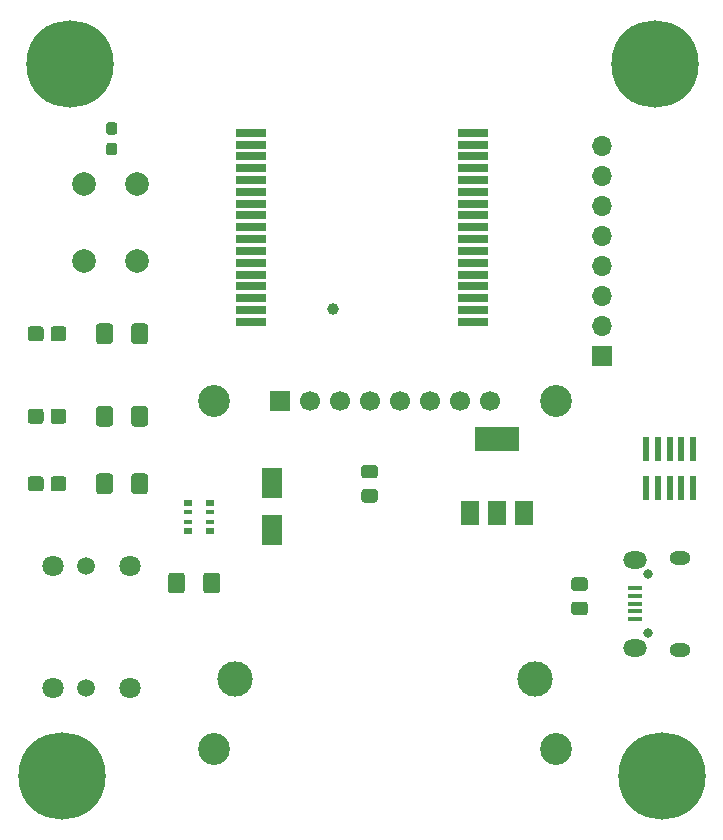
<source format=gbr>
%TF.GenerationSoftware,KiCad,Pcbnew,(5.99.0-3294-g9c46e491e)*%
%TF.CreationDate,2020-11-17T05:13:20-05:00*%
%TF.ProjectId,mobile-tag,6d6f6269-6c65-42d7-9461-672e6b696361,rev?*%
%TF.SameCoordinates,Original*%
%TF.FileFunction,Soldermask,Top*%
%TF.FilePolarity,Negative*%
%FSLAX46Y46*%
G04 Gerber Fmt 4.6, Leading zero omitted, Abs format (unit mm)*
G04 Created by KiCad (PCBNEW (5.99.0-3294-g9c46e491e)) date 2020-11-17 05:13:20*
%MOMM*%
%LPD*%
G01*
G04 APERTURE LIST*
%ADD10C,2.700000*%
%ADD11R,1.700000X1.700000*%
%ADD12C,1.700000*%
%ADD13C,1.800000*%
%ADD14C,1.500000*%
%ADD15C,7.400000*%
%ADD16O,0.800000X0.800000*%
%ADD17R,1.300000X0.450000*%
%ADD18O,1.800000X1.150000*%
%ADD19O,2.000000X1.450000*%
%ADD20R,0.800000X0.500000*%
%ADD21R,0.800000X0.400000*%
%ADD22R,1.800000X2.500000*%
%ADD23O,1.700000X1.700000*%
%ADD24C,1.000000*%
%ADD25R,2.540000X0.650000*%
%ADD26R,0.500000X2.000000*%
%ADD27R,1.500000X2.000000*%
%ADD28R,3.800000X2.000000*%
%ADD29C,2.000000*%
%ADD30C,3.000000*%
G04 APERTURE END LIST*
D10*
%TO.C,Display1*%
X148463000Y-99314000D03*
X148463000Y-69850000D03*
X119507000Y-69850000D03*
X119507000Y-99314000D03*
D11*
X125095000Y-69850000D03*
D12*
X127635000Y-69850000D03*
X130175000Y-69850000D03*
X132715000Y-69850000D03*
X135255000Y-69850000D03*
X137795000Y-69850000D03*
X140335000Y-69850000D03*
X142875000Y-69850000D03*
%TD*%
%TO.C,D2*%
G36*
G01*
X103785000Y-77235000D02*
X103785000Y-76435000D01*
G75*
G02*
X104035000Y-76185000I250000J0D01*
G01*
X104860000Y-76185000D01*
G75*
G02*
X105110000Y-76435000I0J-250000D01*
G01*
X105110000Y-77235000D01*
G75*
G02*
X104860000Y-77485000I-250000J0D01*
G01*
X104035000Y-77485000D01*
G75*
G02*
X103785000Y-77235000I0J250000D01*
G01*
G37*
G36*
G01*
X105710000Y-77235000D02*
X105710000Y-76435000D01*
G75*
G02*
X105960000Y-76185000I250000J0D01*
G01*
X106785000Y-76185000D01*
G75*
G02*
X107035000Y-76435000I0J-250000D01*
G01*
X107035000Y-77235000D01*
G75*
G02*
X106785000Y-77485000I-250000J0D01*
G01*
X105960000Y-77485000D01*
G75*
G02*
X105710000Y-77235000I0J250000D01*
G01*
G37*
%TD*%
D13*
%TO.C,Nav_Switch1*%
X112395000Y-83820000D03*
D14*
X108695000Y-83820000D03*
D13*
X105895000Y-83820000D03*
X105895000Y-94120000D03*
D14*
X108695000Y-94120000D03*
D13*
X112395000Y-94120000D03*
%TD*%
%TO.C,D3*%
G36*
G01*
X103785000Y-71520000D02*
X103785000Y-70720000D01*
G75*
G02*
X104035000Y-70470000I250000J0D01*
G01*
X104860000Y-70470000D01*
G75*
G02*
X105110000Y-70720000I0J-250000D01*
G01*
X105110000Y-71520000D01*
G75*
G02*
X104860000Y-71770000I-250000J0D01*
G01*
X104035000Y-71770000D01*
G75*
G02*
X103785000Y-71520000I0J250000D01*
G01*
G37*
G36*
G01*
X105710000Y-71520000D02*
X105710000Y-70720000D01*
G75*
G02*
X105960000Y-70470000I250000J0D01*
G01*
X106785000Y-70470000D01*
G75*
G02*
X107035000Y-70720000I0J-250000D01*
G01*
X107035000Y-71520000D01*
G75*
G02*
X106785000Y-71770000I-250000J0D01*
G01*
X105960000Y-71770000D01*
G75*
G02*
X105710000Y-71520000I0J250000D01*
G01*
G37*
%TD*%
D15*
%TO.C,REF\u002A\u002A*%
X157480000Y-101600000D03*
%TD*%
%TO.C,*%
X156845000Y-41275000D03*
%TD*%
%TO.C,R2*%
G36*
G01*
X109560000Y-71744999D02*
X109560000Y-70495001D01*
G75*
G02*
X109810001Y-70245000I250001J0D01*
G01*
X110734999Y-70245000D01*
G75*
G02*
X110985000Y-70495001I0J-250001D01*
G01*
X110985000Y-71744999D01*
G75*
G02*
X110734999Y-71995000I-250001J0D01*
G01*
X109810001Y-71995000D01*
G75*
G02*
X109560000Y-71744999I0J250001D01*
G01*
G37*
G36*
G01*
X112535000Y-71744999D02*
X112535000Y-70495001D01*
G75*
G02*
X112785001Y-70245000I250001J0D01*
G01*
X113709999Y-70245000D01*
G75*
G02*
X113960000Y-70495001I0J-250001D01*
G01*
X113960000Y-71744999D01*
G75*
G02*
X113709999Y-71995000I-250001J0D01*
G01*
X112785001Y-71995000D01*
G75*
G02*
X112535000Y-71744999I0J250001D01*
G01*
G37*
%TD*%
%TO.C,R4*%
G36*
G01*
X120056000Y-84615001D02*
X120056000Y-85864999D01*
G75*
G02*
X119805999Y-86115000I-250001J0D01*
G01*
X118881001Y-86115000D01*
G75*
G02*
X118631000Y-85864999I0J250001D01*
G01*
X118631000Y-84615001D01*
G75*
G02*
X118881001Y-84365000I250001J0D01*
G01*
X119805999Y-84365000D01*
G75*
G02*
X120056000Y-84615001I0J-250001D01*
G01*
G37*
G36*
G01*
X117081000Y-84615001D02*
X117081000Y-85864999D01*
G75*
G02*
X116830999Y-86115000I-250001J0D01*
G01*
X115906001Y-86115000D01*
G75*
G02*
X115656000Y-85864999I0J250001D01*
G01*
X115656000Y-84615001D01*
G75*
G02*
X115906001Y-84365000I250001J0D01*
G01*
X116830999Y-84365000D01*
G75*
G02*
X117081000Y-84615001I0J-250001D01*
G01*
G37*
%TD*%
%TO.C,*%
X107315000Y-41275000D03*
%TD*%
D16*
%TO.C,J2*%
X156253780Y-84493021D03*
X156253780Y-89493021D03*
D17*
X155153780Y-88293021D03*
X155153780Y-87643021D03*
X155153780Y-86993021D03*
X155153780Y-86343021D03*
X155153780Y-85693021D03*
D18*
X159003780Y-83118021D03*
D19*
X155203780Y-90718021D03*
D18*
X159003780Y-90868021D03*
D19*
X155203780Y-83268021D03*
%TD*%
D20*
%TO.C,RN1*%
X117374000Y-78452000D03*
D21*
X117374000Y-79252000D03*
X117374000Y-80052000D03*
D20*
X117374000Y-80852000D03*
X119174000Y-80852000D03*
D21*
X119174000Y-80052000D03*
X119174000Y-79252000D03*
D20*
X119174000Y-78452000D03*
%TD*%
D22*
%TO.C,D1*%
X124460000Y-76740000D03*
X124460000Y-80740000D03*
%TD*%
%TO.C,R3*%
G36*
G01*
X109560000Y-64759999D02*
X109560000Y-63510001D01*
G75*
G02*
X109810001Y-63260000I250001J0D01*
G01*
X110734999Y-63260000D01*
G75*
G02*
X110985000Y-63510001I0J-250001D01*
G01*
X110985000Y-64759999D01*
G75*
G02*
X110734999Y-65010000I-250001J0D01*
G01*
X109810001Y-65010000D01*
G75*
G02*
X109560000Y-64759999I0J250001D01*
G01*
G37*
G36*
G01*
X112535000Y-64759999D02*
X112535000Y-63510001D01*
G75*
G02*
X112785001Y-63260000I250001J0D01*
G01*
X113709999Y-63260000D01*
G75*
G02*
X113960000Y-63510001I0J-250001D01*
G01*
X113960000Y-64759999D01*
G75*
G02*
X113709999Y-65010000I-250001J0D01*
G01*
X112785001Y-65010000D01*
G75*
G02*
X112535000Y-64759999I0J250001D01*
G01*
G37*
%TD*%
%TO.C,C2*%
G36*
G01*
X132265000Y-75235000D02*
X133165000Y-75235000D01*
G75*
G02*
X133415000Y-75485000I0J-250000D01*
G01*
X133415000Y-76135000D01*
G75*
G02*
X133165000Y-76385000I-250000J0D01*
G01*
X132265000Y-76385000D01*
G75*
G02*
X132015000Y-76135000I0J250000D01*
G01*
X132015000Y-75485000D01*
G75*
G02*
X132265000Y-75235000I250000J0D01*
G01*
G37*
G36*
G01*
X132265000Y-77285000D02*
X133165000Y-77285000D01*
G75*
G02*
X133415000Y-77535000I0J-250000D01*
G01*
X133415000Y-78185000D01*
G75*
G02*
X133165000Y-78435000I-250000J0D01*
G01*
X132265000Y-78435000D01*
G75*
G02*
X132015000Y-78185000I0J250000D01*
G01*
X132015000Y-77535000D01*
G75*
G02*
X132265000Y-77285000I250000J0D01*
G01*
G37*
%TD*%
%TO.C,R1*%
G36*
G01*
X109560000Y-77459999D02*
X109560000Y-76210001D01*
G75*
G02*
X109810001Y-75960000I250001J0D01*
G01*
X110734999Y-75960000D01*
G75*
G02*
X110985000Y-76210001I0J-250001D01*
G01*
X110985000Y-77459999D01*
G75*
G02*
X110734999Y-77710000I-250001J0D01*
G01*
X109810001Y-77710000D01*
G75*
G02*
X109560000Y-77459999I0J250001D01*
G01*
G37*
G36*
G01*
X112535000Y-77459999D02*
X112535000Y-76210001D01*
G75*
G02*
X112785001Y-75960000I250001J0D01*
G01*
X113709999Y-75960000D01*
G75*
G02*
X113960000Y-76210001I0J-250001D01*
G01*
X113960000Y-77459999D01*
G75*
G02*
X113709999Y-77710000I-250001J0D01*
G01*
X112785001Y-77710000D01*
G75*
G02*
X112535000Y-77459999I0J250001D01*
G01*
G37*
%TD*%
%TO.C,D4*%
G36*
G01*
X103785000Y-64535000D02*
X103785000Y-63735000D01*
G75*
G02*
X104035000Y-63485000I250000J0D01*
G01*
X104860000Y-63485000D01*
G75*
G02*
X105110000Y-63735000I0J-250000D01*
G01*
X105110000Y-64535000D01*
G75*
G02*
X104860000Y-64785000I-250000J0D01*
G01*
X104035000Y-64785000D01*
G75*
G02*
X103785000Y-64535000I0J250000D01*
G01*
G37*
G36*
G01*
X105710000Y-64535000D02*
X105710000Y-63735000D01*
G75*
G02*
X105960000Y-63485000I250000J0D01*
G01*
X106785000Y-63485000D01*
G75*
G02*
X107035000Y-63735000I0J-250000D01*
G01*
X107035000Y-64535000D01*
G75*
G02*
X106785000Y-64785000I-250000J0D01*
G01*
X105960000Y-64785000D01*
G75*
G02*
X105710000Y-64535000I0J250000D01*
G01*
G37*
%TD*%
%TO.C,C3*%
G36*
G01*
X111120074Y-49025000D02*
X110645074Y-49025000D01*
G75*
G02*
X110407574Y-48787500I0J237500D01*
G01*
X110407574Y-48212500D01*
G75*
G02*
X110645074Y-47975000I237500J0D01*
G01*
X111120074Y-47975000D01*
G75*
G02*
X111357574Y-48212500I0J-237500D01*
G01*
X111357574Y-48787500D01*
G75*
G02*
X111120074Y-49025000I-237500J0D01*
G01*
G37*
G36*
G01*
X111120074Y-47275000D02*
X110645074Y-47275000D01*
G75*
G02*
X110407574Y-47037500I0J237500D01*
G01*
X110407574Y-46462500D01*
G75*
G02*
X110645074Y-46225000I237500J0D01*
G01*
X111120074Y-46225000D01*
G75*
G02*
X111357574Y-46462500I0J-237500D01*
G01*
X111357574Y-47037500D01*
G75*
G02*
X111120074Y-47275000I-237500J0D01*
G01*
G37*
%TD*%
D11*
%TO.C,BreakoutConnector1*%
X152400000Y-66040000D03*
D23*
X152400000Y-63500000D03*
X152400000Y-60960000D03*
X152400000Y-58420000D03*
X152400000Y-55880000D03*
X152400000Y-53340000D03*
X152400000Y-50800000D03*
X152400000Y-48260000D03*
%TD*%
D15*
%TO.C,REF\u002A\u002A*%
X106680000Y-101600000D03*
%TD*%
%TO.C,C1*%
G36*
G01*
X150945000Y-87960000D02*
X150045000Y-87960000D01*
G75*
G02*
X149795000Y-87710000I0J250000D01*
G01*
X149795000Y-87060000D01*
G75*
G02*
X150045000Y-86810000I250000J0D01*
G01*
X150945000Y-86810000D01*
G75*
G02*
X151195000Y-87060000I0J-250000D01*
G01*
X151195000Y-87710000D01*
G75*
G02*
X150945000Y-87960000I-250000J0D01*
G01*
G37*
G36*
G01*
X150945000Y-85910000D02*
X150045000Y-85910000D01*
G75*
G02*
X149795000Y-85660000I0J250000D01*
G01*
X149795000Y-85010000D01*
G75*
G02*
X150045000Y-84760000I250000J0D01*
G01*
X150945000Y-84760000D01*
G75*
G02*
X151195000Y-85010000I0J-250000D01*
G01*
X151195000Y-85660000D01*
G75*
G02*
X150945000Y-85910000I-250000J0D01*
G01*
G37*
%TD*%
D24*
%TO.C,U1*%
X129645000Y-62065000D03*
D25*
X122660000Y-47115000D03*
X122660000Y-48115000D03*
X122660000Y-49115000D03*
X122660000Y-50115000D03*
X122660000Y-51115000D03*
X122660000Y-52115000D03*
X122660000Y-53115000D03*
X122660000Y-54115000D03*
X122660000Y-55115000D03*
X122660000Y-56115000D03*
X122660000Y-57115000D03*
X122660000Y-58115000D03*
X122660000Y-59115000D03*
X122660000Y-60115000D03*
X122660000Y-61115000D03*
X122660000Y-62115000D03*
X122660000Y-63115000D03*
X141500000Y-63115000D03*
X141500000Y-62115000D03*
X141500000Y-61115000D03*
X141500000Y-60115000D03*
X141500000Y-59115000D03*
X141500000Y-58115000D03*
X141500000Y-57115000D03*
X141500000Y-56115000D03*
X141500000Y-55115000D03*
X141500000Y-54115000D03*
X141500000Y-53115000D03*
X141500000Y-52115000D03*
X141500000Y-51115000D03*
X141500000Y-50115000D03*
X141500000Y-49115000D03*
X141500000Y-48115000D03*
X141500000Y-47115000D03*
%TD*%
D26*
%TO.C,J1*%
X156115000Y-77215000D03*
X156115000Y-73915000D03*
X157115000Y-77215000D03*
X157115000Y-73915000D03*
X158115000Y-77215000D03*
X158115000Y-73915000D03*
X159115000Y-77215000D03*
X159115000Y-73915000D03*
X160115000Y-77215000D03*
X160115000Y-73915000D03*
%TD*%
D27*
%TO.C,DC_Converter1*%
X141210000Y-79350000D03*
D28*
X143510000Y-73050000D03*
D27*
X143510000Y-79350000D03*
X145810000Y-79350000D03*
%TD*%
D29*
%TO.C,RESET_SW1*%
X113030000Y-51435000D03*
X113030000Y-57935000D03*
X108530000Y-51435000D03*
X108530000Y-57935000D03*
%TD*%
D30*
%TO.C,PwrIn1*%
X146685000Y-93345000D03*
X121285000Y-93345000D03*
%TD*%
M02*

</source>
